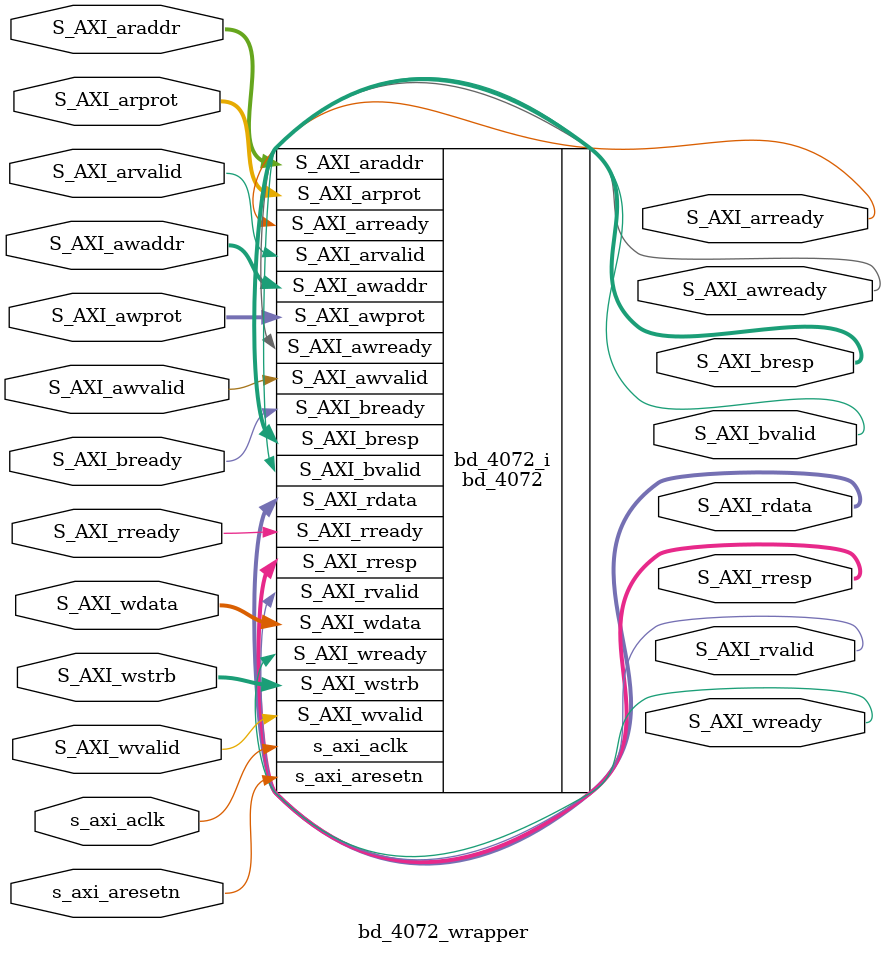
<source format=v>
`timescale 1 ps / 1 ps

module bd_4072_wrapper
   (S_AXI_araddr,
    S_AXI_arprot,
    S_AXI_arready,
    S_AXI_arvalid,
    S_AXI_awaddr,
    S_AXI_awprot,
    S_AXI_awready,
    S_AXI_awvalid,
    S_AXI_bready,
    S_AXI_bresp,
    S_AXI_bvalid,
    S_AXI_rdata,
    S_AXI_rready,
    S_AXI_rresp,
    S_AXI_rvalid,
    S_AXI_wdata,
    S_AXI_wready,
    S_AXI_wstrb,
    S_AXI_wvalid,
    s_axi_aclk,
    s_axi_aresetn);
  input [4:0]S_AXI_araddr;
  input [2:0]S_AXI_arprot;
  output S_AXI_arready;
  input S_AXI_arvalid;
  input [4:0]S_AXI_awaddr;
  input [2:0]S_AXI_awprot;
  output S_AXI_awready;
  input S_AXI_awvalid;
  input S_AXI_bready;
  output [1:0]S_AXI_bresp;
  output S_AXI_bvalid;
  output [31:0]S_AXI_rdata;
  input S_AXI_rready;
  output [1:0]S_AXI_rresp;
  output S_AXI_rvalid;
  input [31:0]S_AXI_wdata;
  output S_AXI_wready;
  input [3:0]S_AXI_wstrb;
  input S_AXI_wvalid;
  input s_axi_aclk;
  input s_axi_aresetn;

  wire [4:0]S_AXI_araddr;
  wire [2:0]S_AXI_arprot;
  wire S_AXI_arready;
  wire S_AXI_arvalid;
  wire [4:0]S_AXI_awaddr;
  wire [2:0]S_AXI_awprot;
  wire S_AXI_awready;
  wire S_AXI_awvalid;
  wire S_AXI_bready;
  wire [1:0]S_AXI_bresp;
  wire S_AXI_bvalid;
  wire [31:0]S_AXI_rdata;
  wire S_AXI_rready;
  wire [1:0]S_AXI_rresp;
  wire S_AXI_rvalid;
  wire [31:0]S_AXI_wdata;
  wire S_AXI_wready;
  wire [3:0]S_AXI_wstrb;
  wire S_AXI_wvalid;
  wire s_axi_aclk;
  wire s_axi_aresetn;

  bd_4072 bd_4072_i
       (.S_AXI_araddr(S_AXI_araddr),
        .S_AXI_arprot(S_AXI_arprot),
        .S_AXI_arready(S_AXI_arready),
        .S_AXI_arvalid(S_AXI_arvalid),
        .S_AXI_awaddr(S_AXI_awaddr),
        .S_AXI_awprot(S_AXI_awprot),
        .S_AXI_awready(S_AXI_awready),
        .S_AXI_awvalid(S_AXI_awvalid),
        .S_AXI_bready(S_AXI_bready),
        .S_AXI_bresp(S_AXI_bresp),
        .S_AXI_bvalid(S_AXI_bvalid),
        .S_AXI_rdata(S_AXI_rdata),
        .S_AXI_rready(S_AXI_rready),
        .S_AXI_rresp(S_AXI_rresp),
        .S_AXI_rvalid(S_AXI_rvalid),
        .S_AXI_wdata(S_AXI_wdata),
        .S_AXI_wready(S_AXI_wready),
        .S_AXI_wstrb(S_AXI_wstrb),
        .S_AXI_wvalid(S_AXI_wvalid),
        .s_axi_aclk(s_axi_aclk),
        .s_axi_aresetn(s_axi_aresetn));
endmodule

</source>
